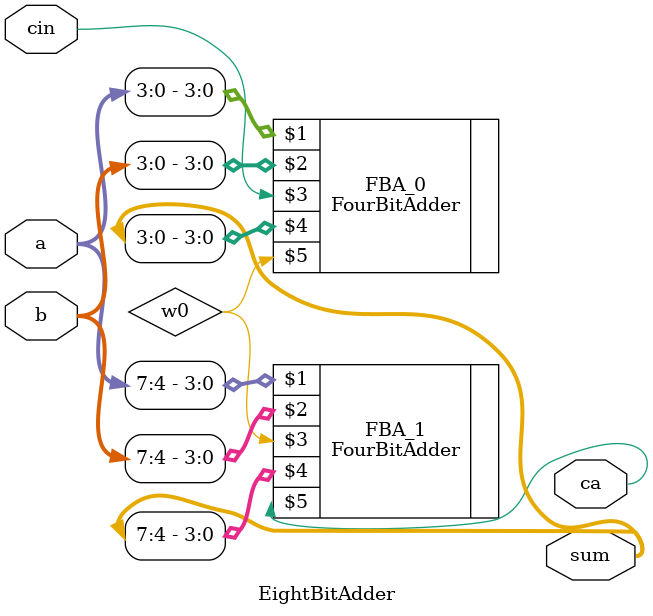
<source format=v>
`include "exp1_4bitadder_v1.v"
module EightBitAdder (a,b,cin,sum, ca);
input[7:0] a, b;
input cin;
output[7:0] sum;
output ca;
wire w0;
	
	FourBitAdder FBA_0(a[3:0],b[3:0],cin,sum[3:0],w0);
	FourBitAdder FBA_1(a[7:4],b[7:4],w0 ,sum[7:4],ca);
	
	
endmodule

</source>
